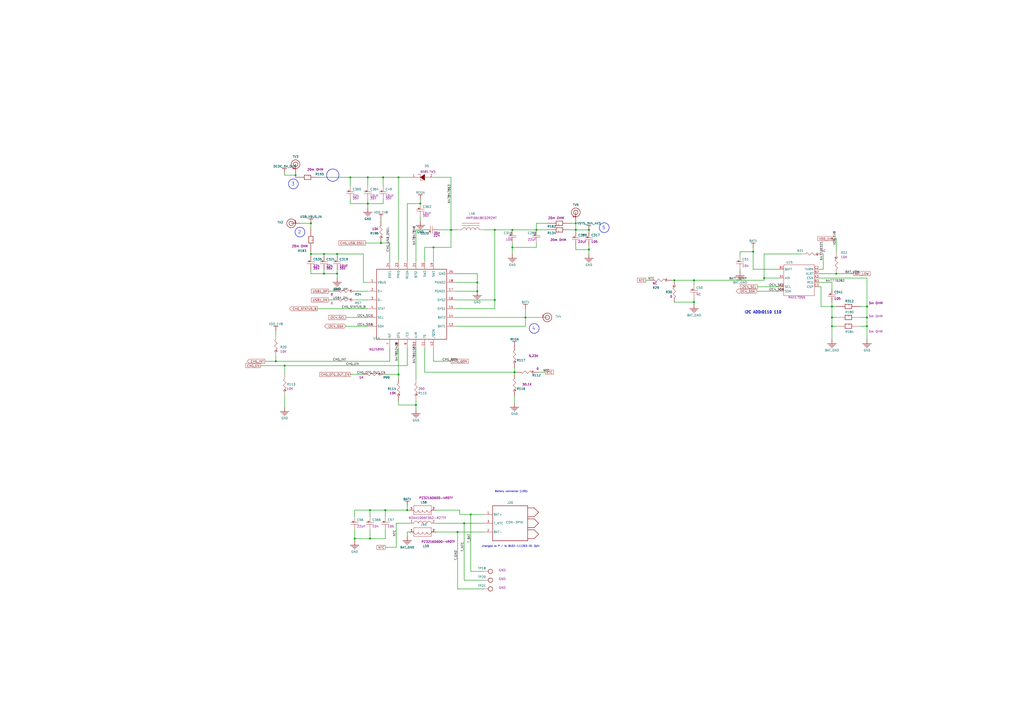
<source format=kicad_sch>
(kicad_sch (version 20250114) (generator "eeschema") (generator_version "9.0")
  (paper "A2")
  (title_block (title "Librem 5 Mainboard") (date "2024-03-21") (rev "v1.0.6.1") (company "Purism SPC") (comment 1 "GNU GPLv3+") (comment 2 "Copyright"))
  (circle (center 170.18 106.68) (radius 2.845) (stroke (width 0.254)))
  (circle (center 193.04 101.6) (radius 3.581) (stroke (width 0.254)))
  (circle (center 309.88 190.5) (radius 2.845) (stroke (width 0.254)))
  (circle (center 173.99 134.62) (radius 2.845) (stroke (width 0.254)))
  (circle (center 350.52 132.08) (radius 2.845) (stroke (width 0.254)))
  (text "5" (at 349.25 133.35 0) (effects (font (size 1.905 1.905)) (justify left bottom)))
  (text "I2C ADD:0110 110" (at 431.8 182.118 0) (effects (font (size 1.524 1.524) (bold yes)) (justify left bottom)))
  (text "2" (at 172.72 135.89 0) (effects (font (size 1.905 1.905)) (justify left bottom)))
  (text "Battery connector (J20):" (at 287.02 285.75 0) (effects (font (size 1.016 1.016)) (justify left bottom)))
  (text "changed to P / N: BA32-111203-01 3pin" (at 279.4 317.5 0) (effects (font (size 1.016 1.016)) (justify left bottom)))
  (text "4" (at 308.61 191.77 0) (effects (font (size 1.905 1.905)) (justify left bottom)))
  (text "3" (at 168.91 107.95 0) (effects (font (size 1.905 1.905)) (justify left bottom)))
  (junction (at 402.59 175.26))
  (junction (at 195.58 147.32))
  (junction (at 231.14 217.17))
  (junction (at 231.14 102.87))
  (junction (at 482.6 189.23))
  (junction (at 334.01 133.35))
  (junction (at 298.45 215.9))
  (junction (at 402.59 162.56))
  (junction (at 261.62 133.35))
  (junction (at 160.02 209.55))
  (junction (at 243.84 118.11))
  (junction (at 276.86 163.83))
  (junction (at 341.63 133.35))
  (junction (at 436.88 146.05))
  (junction (at 223.52 295.91))
  (junction (at 297.18 143.51))
  (junction (at 165.1 212.09))
  (junction (at 220.98 140.97))
  (junction (at 205.74 312.42))
  (junction (at 334.01 129.54))
  (junction (at 214.63 295.91))
  (junction (at 180.34 129.54))
  (junction (at 276.86 168.91))
  (junction (at 287.02 173.99))
  (junction (at 195.58 158.75))
  (junction (at 187.96 158.75))
  (junction (at 482.6 184.15))
  (junction (at 222.25 102.87))
  (junction (at 304.8 184.15))
  (junction (at 443.23 161.29))
  (junction (at 485.14 158.75))
  (junction (at 502.92 189.23))
  (junction (at 311.15 133.35))
  (junction (at 203.2 102.87))
  (junction (at 265.43 308.61))
  (junction (at 251.46 143.51))
  (junction (at 213.36 118.11))
  (junction (at 214.63 312.42))
  (junction (at 213.36 102.87))
  (junction (at 269.24 303.53))
  (junction (at 287.02 133.35))
  (junction (at 187.96 147.32))
  (junction (at 482.6 177.8))
  (junction (at 241.3 234.95))
  (junction (at 171.45 101.6))
  (junction (at 236.22 295.91))
  (junction (at 502.92 177.8))
  (junction (at 341.63 144.78))
  (junction (at 180.34 147.32))
  (junction (at 502.92 184.15))
  (junction (at 297.18 133.35))
  (junction (at 273.05 298.45))
  (junction (at 391.16 162.56))
  (wire (pts (xy 251.46 143.51) (xy 246.38 143.51)) (stroke (width 0.254)))
  (wire (pts (xy 334.01 133.35) (xy 341.63 133.35)) (stroke (width 0.254)))
  (wire (pts (xy 280.67 298.45) (xy 273.05 298.45)) (stroke (width 0.254)))
  (wire (pts (xy 334.01 128.27) (xy 334.01 129.54)) (stroke (width 0.254)))
  (wire (pts (xy 297.18 133.35) (xy 287.02 133.35)) (stroke (width 0.254)))
  (wire (pts (xy 402.59 175.26) (xy 402.59 172.72)) (stroke (width 0.254)))
  (wire (pts (xy 499.11 189.23) (xy 502.92 189.23)) (stroke (width 0.254)))
  (wire (pts (xy 203.2 102.87) (xy 185.42 102.87)) (stroke (width 0.254)))
  (wire (pts (xy 195.58 156.21) (xy 195.58 158.75)) (stroke (width 0.254)))
  (wire (pts (xy 298.45 213.36) (xy 298.45 215.9)) (stroke (width 0.254)))
  (wire (pts (xy 265.43 308.61) (xy 252.73 308.61)) (stroke (width 0.254)))
  (wire (pts (xy 180.34 148.59) (xy 180.34 147.32)) (stroke (width 0.254)))
  (wire (pts (xy 180.34 147.32) (xy 180.34 146.05)) (stroke (width 0.254)))
  (wire (pts (xy 213.36 118.11) (xy 213.36 115.57)) (stroke (width 0.254)))
  (wire (pts (xy 261.62 133.35) (xy 265.43 133.35)) (stroke (width 0.254)))
  (wire (pts (xy 317.5 133.35) (xy 311.15 133.35)) (stroke (width 0.254)))
  (wire (pts (xy 180.34 129.54) (xy 180.34 132.08)) (stroke (width 0.254)))
  (wire (pts (xy 171.45 102.87) (xy 171.45 101.6)) (stroke (width 0.254)))
  (wire (pts (xy 429.26 157.48) (xy 429.26 156.21)) (stroke (width 0.254)))
  (wire (pts (xy 287.02 173.99) (xy 264.16 173.99)) (stroke (width 0.254)))
  (wire (pts (xy 482.6 177.8) (xy 476.25 177.8)) (stroke (width 0.254)))
  (wire (pts (xy 223.52 295.91) (xy 223.52 299.72)) (stroke (width 0.254)))
  (wire (pts (xy 269.24 303.53) (xy 252.73 303.53)) (stroke (width 0.254)))
  (wire (pts (xy 214.63 299.72) (xy 214.63 295.91)) (stroke (width 0.254)))
  (wire (pts (xy 160.02 209.55) (xy 160.02 207.01)) (stroke (width 0.254)))
  (wire (pts (xy 243.84 118.11) (xy 236.22 118.11)) (stroke (width 0.254)))
  (wire (pts (xy 452.12 161.29) (xy 443.23 161.29)) (stroke (width 0.254)))
  (wire (pts (xy 165.1 217.17) (xy 165.1 212.09)) (stroke (width 0.254)))
  (wire (pts (xy 276.86 168.91) (xy 264.16 168.91)) (stroke (width 0.254)))
  (wire (pts (xy 195.58 147.32) (xy 195.58 148.59)) (stroke (width 0.254)))
  (wire (pts (xy 485.14 184.15) (xy 482.6 184.15)) (stroke (width 0.254)))
  (wire (pts (xy 298.45 217.17) (xy 298.45 215.9)) (stroke (width 0.254)))
  (wire (pts (xy 231.14 234.95) (xy 231.14 232.41)) (stroke (width 0.254)))
  (wire (pts (xy 222.25 118.11) (xy 213.36 118.11)) (stroke (width 0.254)))
  (wire (pts (xy 151.13 212.09) (xy 165.1 212.09)) (stroke (width 0.254)))
  (wire (pts (xy 214.63 295.91) (xy 205.74 295.91)) (stroke (width 0.254)))
  (wire (pts (xy 203.2 107.95) (xy 203.2 102.87)) (stroke (width 0.254)))
  (wire (pts (xy 237.49 303.53) (xy 229.87 303.53)) (stroke (width 0.254)))
  (wire (pts (xy 200.66 189.23) (xy 213.36 189.23)) (stroke (width 0.254)))
  (wire (pts (xy 207.01 168.91) (xy 213.36 168.91)) (stroke (width 0.254)))
  (wire (pts (xy 237.49 308.61) (xy 236.22 308.61)) (stroke (width 0.254)))
  (wire (pts (xy 214.63 312.42) (xy 223.52 312.42)) (stroke (width 0.254)))
  (wire (pts (xy 160.02 209.55) (xy 153.67 209.55)) (stroke (width 0.254)))
  (wire (pts (xy 287.02 179.07) (xy 264.16 179.07)) (stroke (width 0.254)))
  (wire (pts (xy 452.12 168.91) (xy 439.42 168.91)) (stroke (width 0.254)))
  (wire (pts (xy 213.36 179.07) (xy 184.15 179.07)) (stroke (width 0.254)))
  (wire (pts (xy 298.45 215.9) (xy 246.38 215.9)) (stroke (width 0.254)))
  (wire (pts (xy 220.98 128.27) (xy 220.98 127)) (stroke (width 0.254)))
  (wire (pts (xy 205.74 312.42) (xy 205.74 313.69)) (stroke (width 0.254)))
  (wire (pts (xy 377.19 162.56) (xy 374.65 162.56)) (stroke (width 0.254)))
  (wire (pts (xy 171.45 100.33) (xy 171.45 101.6)) (stroke (width 0.254)))
  (wire (pts (xy 280.67 308.61) (xy 265.43 308.61)) (stroke (width 0.254)))
  (wire (pts (xy 229.87 317.5) (xy 223.52 317.5)) (stroke (width 0.254)))
  (wire (pts (xy 436.88 156.21) (xy 436.88 146.05)) (stroke (width 0.254)))
  (wire (pts (xy 223.52 295.91) (xy 214.63 295.91)) (stroke (width 0.254)))
  (wire (pts (xy 241.3 219.71) (xy 241.3 201.93)) (stroke (width 0.254)))
  (wire (pts (xy 241.3 234.95) (xy 241.3 232.41)) (stroke (width 0.254)))
  (wire (pts (xy 485.14 146.05) (xy 485.14 138.43)) (stroke (width 0.254)))
  (wire (pts (xy 311.15 129.54) (xy 317.5 129.54)) (stroke (width 0.254)))
  (wire (pts (xy 476.25 177.8) (xy 476.25 166.37)) (stroke (width 0.254)))
  (wire (pts (xy 482.6 177.8) (xy 485.14 177.8)) (stroke (width 0.254)))
  (wire (pts (xy 402.59 176.53) (xy 402.59 175.26)) (stroke (width 0.254)))
  (wire (pts (xy 402.59 162.56) (xy 391.16 162.56)) (stroke (width 0.254)))
  (wire (pts (xy 226.06 140.97) (xy 226.06 151.13)) (stroke (width 0.254)))
  (wire (pts (xy 222.25 102.87) (xy 213.36 102.87)) (stroke (width 0.254)))
  (wire (pts (xy 195.58 147.32) (xy 187.96 147.32)) (stroke (width 0.254)))
  (wire (pts (xy 334.01 134.62) (xy 334.01 133.35)) (stroke (width 0.254)))
  (wire (pts (xy 280.67 341.63) (xy 265.43 341.63)) (stroke (width 0.254)))
  (wire (pts (xy 482.6 189.23) (xy 482.6 184.15)) (stroke (width 0.254)))
  (wire (pts (xy 205.74 312.42) (xy 205.74 307.34)) (stroke (width 0.254)))
  (wire (pts (xy 495.3 158.75) (xy 485.14 158.75)) (stroke (width 0.254)))
  (wire (pts (xy 276.86 163.83) (xy 264.16 163.83)) (stroke (width 0.254)))
  (wire (pts (xy 485.14 138.43) (xy 483.87 138.43)) (stroke (width 0.254)))
  (wire (pts (xy 502.92 196.85) (xy 502.92 189.23)) (stroke (width 0.254)))
  (wire (pts (xy 334.01 129.54) (xy 334.01 133.35)) (stroke (width 0.254)))
  (wire (pts (xy 203.2 118.11) (xy 203.2 115.57)) (stroke (width 0.254)))
  (wire (pts (xy 482.6 184.15) (xy 482.6 177.8)) (stroke (width 0.254)))
  (wire (pts (xy 304.8 184.15) (xy 304.8 189.23)) (stroke (width 0.254)))
  (wire (pts (xy 477.52 156.21) (xy 477.52 147.32)) (stroke (width 0.254)))
  (wire (pts (xy 311.15 133.35) (xy 311.15 129.54)) (stroke (width 0.254)))
  (wire (pts (xy 200.66 184.15) (xy 213.36 184.15)) (stroke (width 0.254)))
  (wire (pts (xy 213.36 107.95) (xy 213.36 102.87)) (stroke (width 0.254)))
  (wire (pts (xy 220.98 140.97) (xy 212.09 140.97)) (stroke (width 0.254)))
  (wire (pts (xy 223.52 312.42) (xy 223.52 307.34)) (stroke (width 0.254)))
  (wire (pts (xy 276.86 163.83) (xy 276.86 158.75)) (stroke (width 0.254)))
  (wire (pts (xy 210.82 217.17) (xy 203.2 217.17)) (stroke (width 0.254)))
  (wire (pts (xy 261.62 209.55) (xy 251.46 209.55)) (stroke (width 0.254)))
  (wire (pts (xy 273.05 331.47) (xy 273.05 298.45)) (stroke (width 0.254)))
  (wire (pts (xy 223.52 295.91) (xy 236.22 295.91)) (stroke (width 0.254)))
  (wire (pts (xy 331.47 133.35) (xy 334.01 133.35)) (stroke (width 0.254)))
  (wire (pts (xy 312.42 184.15) (xy 304.8 184.15)) (stroke (width 0.254)))
  (wire (pts (xy 246.38 215.9) (xy 246.38 201.93)) (stroke (width 0.254)))
  (wire (pts (xy 194.31 168.91) (xy 190.5 168.91)) (stroke (width 0.254)))
  (wire (pts (xy 246.38 143.51) (xy 246.38 151.13)) (stroke (width 0.254)))
  (wire (pts (xy 304.8 189.23) (xy 264.16 189.23)) (stroke (width 0.254)))
  (wire (pts (xy 187.96 156.21) (xy 187.96 158.75)) (stroke (width 0.254)))
  (wire (pts (xy 265.43 341.63) (xy 265.43 308.61)) (stroke (width 0.254)))
  (wire (pts (xy 231.14 217.17) (xy 231.14 201.93)) (stroke (width 0.254)))
  (wire (pts (xy 231.14 217.17) (xy 231.14 219.71)) (stroke (width 0.254)))
  (wire (pts (xy 429.26 146.05) (xy 429.26 148.59)) (stroke (width 0.254)))
  (wire (pts (xy 341.63 144.78) (xy 341.63 147.32)) (stroke (width 0.254)))
  (wire (pts (xy 443.23 161.29) (xy 443.23 147.32)) (stroke (width 0.254)))
  (wire (pts (xy 210.82 163.83) (xy 213.36 163.83)) (stroke (width 0.254)))
  (wire (pts (xy 236.22 212.09) (xy 236.22 201.93)) (stroke (width 0.254)))
  (wire (pts (xy 452.12 166.37) (xy 439.42 166.37)) (stroke (width 0.254)))
  (wire (pts (xy 287.02 173.99) (xy 287.02 179.07)) (stroke (width 0.254)))
  (wire (pts (xy 220.98 140.97) (xy 226.06 140.97)) (stroke (width 0.254)))
  (wire (pts (xy 452.12 156.21) (xy 436.88 156.21)) (stroke (width 0.254)))
  (wire (pts (xy 165.1 229.87) (xy 165.1 236.22)) (stroke (width 0.254)))
  (wire (pts (xy 246.38 133.35) (xy 241.3 133.35)) (stroke (width 0.254)))
  (wire (pts (xy 482.6 177.8) (xy 482.6 175.26)) (stroke (width 0.254)))
  (wire (pts (xy 195.58 147.32) (xy 210.82 147.32)) (stroke (width 0.254)))
  (wire (pts (xy 266.7 295.91) (xy 252.73 295.91)) (stroke (width 0.254)))
  (wire (pts (xy 266.7 298.45) (xy 266.7 295.91)) (stroke (width 0.254)))
  (wire (pts (xy 254 133.35) (xy 261.62 133.35)) (stroke (width 0.254)))
  (wire (pts (xy 165.1 212.09) (xy 236.22 212.09)) (stroke (width 0.254)))
  (wire (pts (xy 187.96 158.75) (xy 195.58 158.75)) (stroke (width 0.254)))
  (wire (pts (xy 304.8 184.15) (xy 304.8 179.07)) (stroke (width 0.254)))
  (wire (pts (xy 443.23 147.32) (xy 464.82 147.32)) (stroke (width 0.254)))
  (wire (pts (xy 485.14 158.75) (xy 474.98 158.75)) (stroke (width 0.254)))
  (wire (pts (xy 194.31 173.99) (xy 190.5 173.99)) (stroke (width 0.254)))
  (wire (pts (xy 236.22 295.91) (xy 236.22 293.37)) (stroke (width 0.254)))
  (wire (pts (xy 280.67 331.47) (xy 273.05 331.47)) (stroke (width 0.254)))
  (wire (pts (xy 298.45 215.9) (xy 299.72 215.9)) (stroke (width 0.254)))
  (wire (pts (xy 261.62 133.35) (xy 261.62 143.51)) (stroke (width 0.254)))
  (wire (pts (xy 402.59 162.56) (xy 402.59 165.1)) (stroke (width 0.254)))
  (wire (pts (xy 482.6 196.85) (xy 482.6 189.23)) (stroke (width 0.254)))
  (wire (pts (xy 180.34 158.75) (xy 187.96 158.75)) (stroke (width 0.254)))
  (wire (pts (xy 229.87 303.53) (xy 229.87 317.5)) (stroke (width 0.254)))
  (wire (pts (xy 474.98 156.21) (xy 477.52 156.21)) (stroke (width 0.254)))
  (wire (pts (xy 280.67 303.53) (xy 269.24 303.53)) (stroke (width 0.254)))
  (wire (pts (xy 214.63 307.34) (xy 214.63 312.42)) (stroke (width 0.254)))
  (wire (pts (xy 243.84 115.57) (xy 243.84 118.11)) (stroke (width 0.254)))
  (wire (pts (xy 474.98 163.83) (xy 482.6 163.83)) (stroke (width 0.254)))
  (wire (pts (xy 251.46 143.51) (xy 251.46 151.13)) (stroke (width 0.254)))
  (wire (pts (xy 391.16 175.26) (xy 402.59 175.26)) (stroke (width 0.254)))
  (wire (pts (xy 195.58 158.75) (xy 195.58 161.29)) (stroke (width 0.254)))
  (wire (pts (xy 173.99 129.54) (xy 180.34 129.54)) (stroke (width 0.254)))
  (wire (pts (xy 287.02 173.99) (xy 287.02 133.35)) (stroke (width 0.254)))
  (wire (pts (xy 205.74 295.91) (xy 205.74 299.72)) (stroke (width 0.254)))
  (wire (pts (xy 226.06 209.55) (xy 226.06 201.93)) (stroke (width 0.254)))
  (wire (pts (xy 436.88 146.05) (xy 429.26 146.05)) (stroke (width 0.254)))
  (wire (pts (xy 297.18 143.51) (xy 297.18 140.97)) (stroke (width 0.254)))
  (wire (pts (xy 304.8 184.15) (xy 264.16 184.15)) (stroke (width 0.254)))
  (wire (pts (xy 213.36 118.11) (xy 203.2 118.11)) (stroke (width 0.254)))
  (wire (pts (xy 502.92 161.29) (xy 474.98 161.29)) (stroke (width 0.254)))
  (wire (pts (xy 243.84 128.27) (xy 243.84 125.73)) (stroke (width 0.254)))
  (wire (pts (xy 187.96 148.59) (xy 187.96 147.32)) (stroke (width 0.254)))
  (wire (pts (xy 237.49 295.91) (xy 236.22 295.91)) (stroke (width 0.254)))
  (wire (pts (xy 210.82 147.32) (xy 210.82 163.83)) (stroke (width 0.254)))
  (wire (pts (xy 311.15 133.35) (xy 297.18 133.35)) (stroke (width 0.254)))
  (wire (pts (xy 331.47 129.54) (xy 334.01 129.54)) (stroke (width 0.254)))
  (wire (pts (xy 482.6 163.83) (xy 482.6 167.64)) (stroke (width 0.254)))
  (wire (pts (xy 311.15 143.51) (xy 297.18 143.51)) (stroke (width 0.254)))
  (wire (pts (xy 311.15 140.97) (xy 311.15 143.51)) (stroke (width 0.254)))
  (wire (pts (xy 261.62 102.87) (xy 251.46 102.87)) (stroke (width 0.254)))
  (wire (pts (xy 236.22 308.61) (xy 236.22 311.15)) (stroke (width 0.254)))
  (wire (pts (xy 241.3 234.95) (xy 231.14 234.95)) (stroke (width 0.254)))
  (wire (pts (xy 236.22 118.11) (xy 236.22 151.13)) (stroke (width 0.254)))
  (wire (pts (xy 238.76 102.87) (xy 231.14 102.87)) (stroke (width 0.254)))
  (wire (pts (xy 261.62 133.35) (xy 261.62 102.87)) (stroke (width 0.254)))
  (wire (pts (xy 273.05 298.45) (xy 266.7 298.45)) (stroke (width 0.254)))
  (wire (pts (xy 297.18 147.32) (xy 297.18 143.51)) (stroke (width 0.254)))
  (wire (pts (xy 180.34 156.21) (xy 180.34 158.75)) (stroke (width 0.254)))
  (wire (pts (xy 222.25 115.57) (xy 222.25 118.11)) (stroke (width 0.254)))
  (wire (pts (xy 276.86 158.75) (xy 264.16 158.75)) (stroke (width 0.254)))
  (wire (pts (xy 231.14 102.87) (xy 231.14 151.13)) (stroke (width 0.254)))
  (wire (pts (xy 160.02 191.77) (xy 160.02 194.31)) (stroke (width 0.254)))
  (wire (pts (xy 269.24 336.55) (xy 269.24 303.53)) (stroke (width 0.254)))
  (wire (pts (xy 241.3 237.49) (xy 241.3 234.95)) (stroke (width 0.254)))
  (wire (pts (xy 298.45 229.87) (xy 298.45 233.68)) (stroke (width 0.254)))
  (wire (pts (xy 171.45 101.6) (xy 165.1 101.6)) (stroke (width 0.254)))
  (wire (pts (xy 231.14 217.17) (xy 223.52 217.17)) (stroke (width 0.254)))
  (wire (pts (xy 341.63 142.24) (xy 341.63 144.78)) (stroke (width 0.254)))
  (wire (pts (xy 187.96 147.32) (xy 180.34 147.32)) (stroke (width 0.254)))
  (wire (pts (xy 213.36 102.87) (xy 203.2 102.87)) (stroke (width 0.254)))
  (wire (pts (xy 502.92 177.8) (xy 502.92 161.29)) (stroke (width 0.254)))
  (wire (pts (xy 160.02 209.55) (xy 226.06 209.55)) (stroke (width 0.254)))
  (wire (pts (xy 213.36 120.65) (xy 213.36 118.11)) (stroke (width 0.254)))
  (wire (pts (xy 222.25 107.95) (xy 222.25 102.87)) (stroke (width 0.254)))
  (wire (pts (xy 231.14 102.87) (xy 222.25 102.87)) (stroke (width 0.254)))
  (wire (pts (xy 485.14 189.23) (xy 482.6 189.23)) (stroke (width 0.254)))
  (wire (pts (xy 334.01 142.24) (xy 334.01 144.78)) (stroke (width 0.254)))
  (wire (pts (xy 251.46 209.55) (xy 251.46 201.93)) (stroke (width 0.254)))
  (wire (pts (xy 312.42 215.9) (xy 316.23 215.9)) (stroke (width 0.254)))
  (wire (pts (xy 443.23 162.56) (xy 402.59 162.56)) (stroke (width 0.254)))
  (wire (pts (xy 499.11 184.15) (xy 502.92 184.15)) (stroke (width 0.254)))
  (wire (pts (xy 502.92 189.23) (xy 502.92 184.15)) (stroke (width 0.254)))
  (wire (pts (xy 389.89 162.56) (xy 391.16 162.56)) (stroke (width 0.254)))
  (wire (pts (xy 341.63 134.62) (xy 341.63 133.35)) (stroke (width 0.254)))
  (wire (pts (xy 287.02 133.35) (xy 280.67 133.35)) (stroke (width 0.254)))
  (wire (pts (xy 502.92 184.15) (xy 502.92 177.8)) (stroke (width 0.254)))
  (wire (pts (xy 502.92 177.8) (xy 499.11 177.8)) (stroke (width 0.254)))
  (wire (pts (xy 280.67 336.55) (xy 269.24 336.55)) (stroke (width 0.254)))
  (wire (pts (xy 476.25 166.37) (xy 474.98 166.37)) (stroke (width 0.254)))
  (wire (pts (xy 241.3 133.35) (xy 241.3 151.13)) (stroke (width 0.254)))
  (wire (pts (xy 261.62 143.51) (xy 251.46 143.51)) (stroke (width 0.254)))
  (wire (pts (xy 334.01 144.78) (xy 341.63 144.78)) (stroke (width 0.254)))
  (wire (pts (xy 443.23 161.29) (xy 443.23 162.56)) (stroke (width 0.254)))
  (wire (pts (xy 436.88 146.05) (xy 436.88 143.51)) (stroke (width 0.254)))
  (wire (pts (xy 205.74 312.42) (xy 214.63 312.42)) (stroke (width 0.254)))
  (wire (pts (xy 276.86 168.91) (xy 276.86 163.83)) (stroke (width 0.254)))
  (wire (pts (xy 165.1 101.6) (xy 165.1 100.33)) (stroke (width 0.254)))
  (wire (pts (xy 207.01 173.99) (xy 213.36 173.99)) (stroke (width 0.254)))
  (label "NTC" (at 375.92 162.56 0))
  (label "CHG_STATUS_B" (at 198.12 179.07 0))
  (label "I2C4_SDA" (at 207.01 189.23 0))
  (label "T_GND" (at 265.43 325.12 90))
  (label "CHG_USB_DSEL" (at 226.06 146.05 90))
  (label "CHG_EN" (at 200.66 212.09 0))
  (label "N47847848" (at 241.3 142.24 90))
  (label "T_BAT" (at 273.05 314.96 90))
  (label "CHG_QON" (at 256.54 209.55 0))
  (label "N47847863" (at 261.62 118.11 90))
  (label "N47770321" (at 477.52 151.13 90))
  (label "NTC" (at 314.96 215.9 0))
  (label "VDD_1V8" (at 485.14 142.24 90))
  (label "I2C4_SDA" (at 445.77 168.91 0))
  (label "BATT_TEMP" (at 422.91 162.56 0))
  (label "CHG_OTG_OUT_EN" (at 207.01 217.17 0))
  (label "CHG_INT" (at 193.04 209.55 0))
  (label "NTC" (at 229.87 311.15 90))
  (label "N47770282" (at 478.79 163.83 0))
  (label "N47852429" (at 231.14 209.55 90))
  (label "I2C4_SCL" (at 207.01 184.15 0))
  (label "USB1_DP" (at 193.04 168.91 0))
  (label "USB1_DN" (at 193.04 173.99 0))
  (label "N47851587" (at 241.3 210.82 90))
  (label "BAT_LOW" (at 490.22 158.75 0))
  (label "T_NTC" (at 269.24 320.04 90))
  (label "I2C4_SCL" (at 445.77 166.37 0))
  (global_label "CHG_EN" (shape passive) (at 151.13 212.09 180) (property "Intersheetrefs" "${INTERSHEET_REFS}" (effects (hide yes))))
  (global_label "USB1_DN" (shape passive) (at 190.5 173.99 180) (property "Intersheetrefs" "${INTERSHEET_REFS}" (effects (hide yes))))
  (global_label "CHG_INT" (shape output) (at 153.67 209.55 180) (property "Intersheetrefs" "${INTERSHEET_REFS}" (effects (hide yes))))
  (global_label "NTC" (shape passive) (at 223.52 317.5 180) (property "Intersheetrefs" "${INTERSHEET_REFS}" (effects (hide yes))))
  (global_label "I2C4_SCL" (shape passive) (at 200.66 184.15 180) (property "Intersheetrefs" "${INTERSHEET_REFS}" (effects (hide yes))))
  (global_label "NTC" (shape passive) (at 374.65 162.56 180) (property "Intersheetrefs" "${INTERSHEET_REFS}" (effects (hide yes))))
  (global_label "BAT_LOW" (shape passive) (at 495.3 158.75 0) (property "Intersheetrefs" "${INTERSHEET_REFS}" (effects (hide yes))))
  (global_label "CHG_QON" (shape passive) (at 261.62 209.55 0) (property "Intersheetrefs" "${INTERSHEET_REFS}" (effects (hide yes))))
  (global_label "I2C4_SDA" (shape bidirectional) (at 439.42 168.91 180) (property "Intersheetrefs" "${INTERSHEET_REFS}" (effects (hide yes))))
  (global_label "VDD_1V8" (shape passive) (at 483.87 138.43 180) (property "Intersheetrefs" "${INTERSHEET_REFS}" (effects (hide yes))))
  (global_label "CHG_OTG_OUT_EN" (shape passive) (at 203.2 217.17 180) (property "Intersheetrefs" "${INTERSHEET_REFS}" (effects (hide yes))))
  (global_label "I2C4_SCL" (shape passive) (at 439.42 166.37 180) (property "Intersheetrefs" "${INTERSHEET_REFS}" (effects (hide yes))))
  (global_label "I2C4_SDA" (shape bidirectional) (at 200.66 189.23 180) (property "Intersheetrefs" "${INTERSHEET_REFS}" (effects (hide yes))))
  (global_label "CHG_STATUS_B" (shape output) (at 184.15 179.07 180) (property "Intersheetrefs" "${INTERSHEET_REFS}" (effects (hide yes))))
  (global_label "NTC" (shape passive) (at 316.23 215.9 0) (property "Intersheetrefs" "${INTERSHEET_REFS}" (effects (hide yes))))
  (global_label "USB1_DP" (shape passive) (at 190.5 168.91 180) (property "Intersheetrefs" "${INTERSHEET_REFS}" (effects (hide yes))))
  (global_label "CHG_USB_DSEL" (shape passive) (at 212.09 140.97 180) (property "Intersheetrefs" "${INTERSHEET_REFS}" (effects (hide yes))))
  (symbol (lib_id "C-13_CHARGE_BAT_LED:root_0_CON-3PIN") (at 285.75 313.69 0) (unit 1)
    (property "Reference" "J20" (at 295.91 292.354 0) (effects (justify bottom)))
    (property "Value" "CON-3PIN" (at 298.45 302.26 0) (effects (justify top)))
  )
  (symbol (lib_id "C-13_CHARGE_BAT_LED:root_0_BQ25895-25") (at 218.44 196.85 0) (unit 1)
    (property "Reference" "U14" (at 218.44 196.85 0) (effects (justify bottom)))
    (property "Value" "BQ25895-25" (effects (hide yes)))
    (property "Footprint" "BQ25895" (effects (hide yes)))
    (property "PCB DECAL" "BQ25895" (effects (hide yes)))
    (property "GEOMETRY.HEIGHT" "0.8MM" (effects (hide yes)))
    (property "PCB FOOTPRINT" "WQFN20  4x4mm" (effects (hide yes)))
    (property "DESCRIPTION" "IC i2c Controlled Single Cell 5A Fast Charger for High Input Voltge" (effects (hide yes)))
    (property "MFG_NAME" "TI" (effects (hide yes)))
    (property "VALUE" "BQ25895" (at 218.44 201.93 0) (effects (justify top)))
  )
  (symbol (lib_id "C-13_CHARGE_BAT_LED:root_0_C0603") (at 241.3 123.19 0) (unit 1)
    (property "Reference" "C363" (at 245.11 120.65 0) (effects (justify left bottom)))
    (property "Value" "C0603" (effects (hide yes)))
    (property "Footprint" "CAP-0603" (effects (hide yes)))
    (property "PCB DECAL" "CAP-0603" (effects (hide yes)))
    (property "DESCRIPTION" "CAP CER 10uF 35V 20% X5R 0603" (effects (hide yes)))
    (property "VOLTAGE" "35V" (at 245.11 124.46 0) (effects (justify left top)))
    (property "VALUE" "10UF" (at 245.11 124.46 0) (effects (justify left bottom)))
    (property "GEOMETRY.HEIGHT" "0.8MM" (effects (hide yes)))
    (property "PCB FOOTPRINT" "603" (effects (hide yes)))
  )
  (symbol (lib_id "C-13_CHARGE_BAT_LED:GND") (at 241.3 237.49 0) (unit 1)
    (property "Reference" "#PWR?" (effects (hide yes)))
    (property "Value" "GND" (at 241.3 243.84 0))
  )
  (symbol (lib_id "C-13_CHARGE_BAT_LED:BAT_GND") (at 429.26 157.48 0) (unit 1)
    (property "Reference" "#PWR?" (effects (hide yes)))
    (property "Value" "BAT_GND" (at 429.26 163.83 0))
  )
  (symbol (lib_id "C-13_CHARGE_BAT_LED:GND") (at 165.1 236.22 0) (unit 1)
    (property "Reference" "#PWR?" (effects (hide yes)))
    (property "Value" "GND" (at 165.1 242.57 0))
  )
  (symbol (lib_id "C-13_CHARGE_BAT_LED:root_0_C0603") (at 308.61 138.43 0) (unit 1)
    (property "Reference" "C288" (at 306.07 135.89 0) (effects (justify left bottom)))
    (property "Value" "C0603" (effects (hide yes)))
    (property "Footprint" "CAP-0603" (effects (hide yes)))
    (property "PCB DECAL" "CAP-0603" (effects (hide yes)))
    (property "DESCRIPTION" "CAP CER 22uF 6V3 20% X5R 0603" (effects (hide yes)))
    (property "VOLTAGE" "6.3V" (effects (hide yes)))
    (property "VALUE" "22UF" (at 306.07 139.7 0) (effects (justify left bottom)))
    (property "GEOMETRY.HEIGHT" "0.8MM" (effects (hide yes)))
    (property "PCB FOOTPRINT" "603" (effects (hide yes)))
  )
  (symbol (lib_id "C-13_CHARGE_BAT_LED:BATV") (at 436.88 143.51 180) (unit 1)
    (property "Reference" "#PWR?" (effects (hide yes)))
    (property "Value" "BATV" (at 436.88 139.7 0))
  )
  (symbol (lib_id "C-13_CHARGE_BAT_LED:USB_VBUS_IN") (at 180.34 129.54 180) (unit 1)
    (property "Reference" "#PWR?" (effects (hide yes)))
    (property "Value" "USB_VBUS_IN" (at 180.34 125.73 0))
  )
  (symbol (lib_id "C-13_CHARGE_BAT_LED:BAT_GND") (at 402.59 176.53 0) (unit 1)
    (property "Reference" "#PWR?" (effects (hide yes)))
    (property "Value" "BAT_GND" (at 402.59 182.88 0))
  )
  (symbol (lib_id "C-13_CHARGE_BAT_LED:root_0_CURRENT_R") (at 322.58 130.81 0) (unit 1)
    (property "Reference" "R182" (at 320.04 132.08 0) (effects (justify bottom)))
    (property "Value" "CURRENT_R" (effects (hide yes)))
    (property "Footprint" "3D-R0603" (effects (hide yes)))
    (property "PCB DECAL" "3D-R0603" (effects (hide yes)))
    (property "GEOMETRY.HEIGHT" "0.5MM" (effects (hide yes)))
    (property "VALUE" "20m OHM" (at 322.58 125.73 0) (effects (justify top)))
    (property "DESCRIPTION" "Resistor Chip 0603 20m Ohm 1/10W 1% RALEC" (effects (hide yes)))
    (property "PCB FOOTPRINT" "603" (effects (hide yes)))
  )
  (symbol (lib_id "C-13_CHARGE_BAT_LED:root_1_CURRENT_R") (at 181.61 140.97 0) (unit 1)
    (property "Reference" "R183" (at 175.26 144.78 0) (effects (justify top)))
    (property "Value" "CURRENT_R" (effects (hide yes)))
    (property "Footprint" "3D-R0603" (effects (hide yes)))
    (property "PCB DECAL" "3D-R0603" (effects (hide yes)))
    (property "GEOMETRY.HEIGHT" "0.5MM" (effects (hide yes)))
    (property "VALUE" "20m OHM" (at 173.99 143.51 0) (effects (justify bottom)))
    (property "DESCRIPTION" "Resistor Chip 0603 20m Ohm 1/10W 1% RALEC" (effects (hide yes)))
    (property "PCB FOOTPRINT" "603" (effects (hide yes)))
  )
  (symbol (lib_id "C-13_CHARGE_BAT_LED:root_2_T_POINT_R") (at 285.75 334.01 0) (unit 1)
    (property "Reference" "TP20" (at 281.94 334.01 0) (effects (justify right top)))
    (property "Value" "T_POINT_R" (effects (hide yes)))
    (property "Footprint" "SIP-1PF" (effects (hide yes)))
    (property "DESCRIPTION" "Z" (effects (hide yes)))
    (property "PCB DECAL" "SIP-1PF" (effects (hide yes)))
    (property "VALUE" "GND" (at 293.37 336.55 0) (effects (justify right bottom)))
  )
  (symbol (lib_id "C-13_CHARGE_BAT_LED:root_0_C0201") (at 400.05 170.18 0) (unit 1)
    (property "Reference" "C50" (at 403.86 167.64 0) (effects (justify left bottom)))
    (property "Value" "C0201" (effects (hide yes)))
    (property "Footprint" "CAP-0201" (effects (hide yes)))
    (property "DESCRIPTION" "Z CAP CER 1uF 6V3 20% X5R 0201" (effects (hide yes)))
    (property "PCB DECAL" "CAP-0201" (effects (hide yes)))
    (property "VALUE" "NC" (at 403.86 171.45 0) (effects (justify left bottom)))
    (property "GEOMETRY.HEIGHT" "0.3MM" (effects (hide yes)))
    (property "PCB FOOTPRINT" "201" (effects (hide yes)))
  )
  (symbol (lib_id "C-13_CHARGE_BAT_LED:root_2_mirrored_TEST-POINT") (at 317.5 184.15 0) (unit 1)
    (property "Reference" "TV4" (at 323.85 182.88 0) (effects (justify top)))
    (property "Value" "TEST-POINT" (effects (hide yes)))
    (property "Footprint" "SIP-1PE" (effects (hide yes)))
    (property "PCB DECAL" "SIP-1PE" (effects (hide yes)))
    (property "VALUE" "M3" (effects (hide yes)))
    (property "GEOMETRY.HEIGHT" "0.1MM" (effects (hide yes)))
    (property "DESCRIPTION" "Z" (effects (hide yes)))
  )
  (symbol (lib_id "C-13_CHARGE_BAT_LED:root_0_RES_2") (at 482.6 156.21 0) (unit 1)
    (property "Reference" "R22" (at 487.68 147.32 0) (effects (justify left bottom)))
    (property "Value" "RES_2" (effects (hide yes)))
    (property "Footprint" "RES-0201" (effects (hide yes)))
    (property "PCB DECAL" "RES-0201" (effects (hide yes)))
    (property "DESCRIPTION" "Resistor Chip 0201 10K Ohm 1/16W 1% RALEC" (effects (hide yes)))
    (property "VALUE" "10K" (at 487.68 149.86 0) (effects (justify left bottom)))
    (property "GEOMETRY.HEIGHT" "0.3MM" (effects (hide yes)))
    (property "PCB FOOTPRINT" "201" (effects (hide yes)))
  )
  (symbol (lib_id "C-13_CHARGE_BAT_LED:root_0_C0402") (at 200.66 113.03 0) (unit 1)
    (property "Reference" "C365" (at 204.47 110.49 0) (effects (justify left bottom)))
    (property "Value" "C0402" (effects (hide yes)))
    (property "Footprint" "CAP-0402" (effects (hide yes)))
    (property "PCB DECAL" "CAP-0402" (effects (hide yes)))
    (property "DESCRIPTION" "CAP CER 0.22uF 35V 20% X5R 0402" (effects (hide yes)))
    (property "VOLTAGE" "35V" (at 204.47 114.3 0) (effects (justify left top)))
    (property "VALUE" "224" (at 204.47 114.3 0) (effects (justify left bottom)))
    (property "GEOMETRY.HEIGHT" "0.5MM" (effects (hide yes)))
    (property "PCB FOOTPRINT" "402" (effects (hide yes)))
  )
  (symbol (lib_id "C-13_CHARGE_BAT_LED:BATV") (at 304.8 179.07 180) (unit 1)
    (property "Reference" "#PWR?" (effects (hide yes)))
    (property "Value" "BATV" (at 304.8 175.26 0))
  )
  (symbol (lib_id "C-13_CHARGE_BAT_LED:GND") (at 297.18 147.32 0) (unit 1)
    (property "Reference" "#PWR?" (effects (hide yes)))
    (property "Value" "GND" (at 297.18 153.67 0))
  )
  (symbol (lib_id "C-13_CHARGE_BAT_LED:root_0_C0201") (at 294.64 138.43 0) (unit 1)
    (property "Reference" "C318" (at 292.1 135.89 0) (effects (justify left bottom)))
    (property "Value" "C0201" (effects (hide yes)))
    (property "Footprint" "CAP-0201" (effects (hide yes)))
    (property "VOLTAGE" "6.3V" (effects (hide yes)))
    (property "DESCRIPTION" "CAP CER 1uF 6V3 20% X5R 0201" (effects (hide yes)))
    (property "PCB DECAL" "CAP-0201" (effects (hide yes)))
    (property "VALUE" "105" (at 293.37 139.7 0) (effects (justify left bottom)))
    (property "GEOMETRY.HEIGHT" "0.3MM" (effects (hide yes)))
    (property "PCB FOOTPRINT" "201" (effects (hide yes)))
  )
  (symbol (lib_id "C-13_CHARGE_BAT_LED:root_0_C0603") (at 210.82 113.03 0) (unit 1)
    (property "Reference" "C364" (at 214.63 110.49 0) (effects (justify left bottom)))
    (property "Value" "C0603" (effects (hide yes)))
    (property "Footprint" "CAP-0603" (effects (hide yes)))
    (property "PCB DECAL" "CAP-0603" (effects (hide yes)))
    (property "DESCRIPTION" "CAP CER 10uF 35V 20% X5R 0603" (effects (hide yes)))
    (property "VOLTAGE" "35V" (at 214.63 114.3 0) (effects (justify left top)))
    (property "VALUE" "10UF" (at 214.63 114.3 0) (effects (justify left bottom)))
    (property "GEOMETRY.HEIGHT" "0.8MM" (effects (hide yes)))
    (property "PCB FOOTPRINT" "603" (effects (hide yes)))
  )
  (symbol (lib_id "C-13_CHARGE_BAT_LED:GND") (at 213.36 120.65 0) (unit 1)
    (property "Reference" "#PWR?" (effects (hide yes)))
    (property "Value" "GND" (at 213.36 127 0))
  )
  (symbol (lib_id "C-13_CHARGE_BAT_LED:root_0_mirrored_ZLLS400") (at 248.92 105.41 0) (unit 1)
    (property "Reference" "D5" (at 248.92 97.028 0) (effects (justify right bottom)))
    (property "Value" "ZLLS400" (effects (hide yes)))
    (property "Footprint" "3D-SOD-323" (effects (hide yes)))
    (property "PCB DECAL" "3D-SOD-323" (effects (hide yes)))
    (property "DESCRIPTION" "DIODE Schottky Barrier Diode SOD323" (effects (hide yes)))
    (property "VALUE" "B5817WS" (at 252.73 100.33 0) (effects (justify right bottom)))
    (property "GEOMETRY.HEIGHT" "1.2MM" (effects (hide yes)))
    (property "PCB FOOTPRINT" "SOD323  2x1.4x1.2mm" (effects (hide yes)))
  )
  (symbol (lib_id "C-13_CHARGE_BAT_LED:root_0_RES_2") (at 388.62 172.72 0) (unit 1)
    (property "Reference" "R30" (at 386.08 170.18 0) (effects (justify left bottom)))
    (property "Value" "RES_2" (effects (hide yes)))
    (property "Footprint" "RES-0201" (effects (hide yes)))
    (property "PCB DECAL" "RES-0201" (effects (hide yes)))
    (property "DESCRIPTION" "Resistor Chip 0201 0R Ohm 1/16W 1% RALEC" (effects (hide yes)))
    (property "VALUE" "0" (at 388.62 172.72 0) (effects (justify left bottom)))
    (property "GEOMETRY.HEIGHT" "0.3MM" (effects (hide yes)))
    (property "PCB FOOTPRINT" "201" (effects (hide yes)))
  )
  (symbol (lib_id "C-13_CHARGE_BAT_LED:root_2_RES_2") (at 167.64 219.71 0) (unit 1)
    (property "Reference" "R113" (at 171.45 222.25 0) (effects (justify right top)))
    (property "Value" "RES_2" (effects (hide yes)))
    (property "Footprint" "RES-0201" (effects (hide yes)))
    (property "PCB DECAL" "RES-0201" (effects (hide yes)))
    (property "DESCRIPTION" "Resistor Chip 0201 10K Ohm 1/16W 1% RALEC" (effects (hide yes)))
    (property "VALUE" "10K" (at 170.18 224.79 0) (effects (justify right top)))
    (property "GEOMETRY.HEIGHT" "0.3MM" (effects (hide yes)))
    (property "PCB FOOTPRINT" "201" (effects (hide yes)))
  )
  (symbol (lib_id "C-13_CHARGE_BAT_LED:root_0_C0201") (at 220.98 304.8 0) (unit 1)
    (property "Reference" "C57" (at 224.79 302.26 0) (effects (justify left bottom)))
    (property "Value" "C0201" (effects (hide yes)))
    (property "Footprint" "CAP-0201" (effects (hide yes)))
    (property "VOLTAGE" "6.3V" (effects (hide yes)))
    (property "DESCRIPTION" "CAP CER 1uF 6V3 20% X5R 0201" (effects (hide yes)))
    (property "PCB DECAL" "CAP-0201" (effects (hide yes)))
    (property "VALUE" "105" (at 224.79 306.07 0) (effects (justify left bottom)))
    (property "GEOMETRY.HEIGHT" "0.3MM" (effects (hide yes)))
    (property "PCB FOOTPRINT" "201" (effects (hide yes)))
  )
  (symbol (lib_id "C-13_CHARGE_BAT_LED:root_3_RES_2") (at 196.85 166.37 0) (unit 1)
    (property "Reference" "R34" (at 205.74 171.45 0) (effects (justify left bottom)))
    (property "Value" "RES_2" (effects (hide yes)))
    (property "Footprint" "RES-0201" (effects (hide yes)))
    (property "PCB DECAL" "RES-0201" (effects (hide yes)))
    (property "DESCRIPTION" "Resistor Chip 0201 0R Ohm 1/16W 1% RALEC" (effects (hide yes)))
    (property "VALUE" "0" (at 191.77 171.45 0) (effects (justify left bottom)))
    (property "GEOMETRY.HEIGHT" "0.3MM" (effects (hide yes)))
    (property "PCB FOOTPRINT" "201" (effects (hide yes)))
  )
  (symbol (lib_id "C-13_CHARGE_BAT_LED:VDD_1V8") (at 220.98 127 180) (unit 1)
    (property "Reference" "#PWR?" (effects (hide yes)))
    (property "Value" "VDD_1V8" (at 220.98 123.19 0))
  )
  (symbol (lib_id "C-13_CHARGE_BAT_LED:GND") (at 195.58 161.29 0) (unit 1)
    (property "Reference" "#PWR?" (effects (hide yes)))
    (property "Value" "GND" (at 195.58 167.64 0))
  )
  (symbol (lib_id "C-13_CHARGE_BAT_LED:GND") (at 502.92 196.85 0) (unit 1)
    (property "Reference" "#PWR?" (effects (hide yes)))
    (property "Value" "GND" (at 502.92 203.2 0))
  )
  (symbol (lib_id "C-13_CHARGE_BAT_LED:GND") (at 243.84 128.27 0) (unit 1)
    (property "Reference" "#PWR?" (effects (hide yes)))
    (property "Value" "GND" (at 243.84 134.62 0))
  )
  (symbol (lib_id "C-13_CHARGE_BAT_LED:root_0_C0201") (at 480.06 172.72 0) (unit 1)
    (property "Reference" "C541" (at 483.87 170.18 0) (effects (justify left bottom)))
    (property "Value" "C0201" (effects (hide yes)))
    (property "Footprint" "CAP-0201" (effects (hide yes)))
    (property "VOLTAGE" "6.3V" (effects (hide yes)))
    (property "DESCRIPTION" "CAP CER 1uF 6V3 20% X5R 0201" (effects (hide yes)))
    (property "PCB DECAL" "CAP-0201" (effects (hide yes)))
    (property "VALUE" "105" (at 483.87 173.99 0) (effects (justify left bottom)))
    (property "GEOMETRY.HEIGHT" "0.3MM" (effects (hide yes)))
    (property "PCB FOOTPRINT" "201" (effects (hide yes)))
  )
  (symbol (lib_id "C-13_CHARGE_BAT_LED:root_3_RES_2") (at 302.26 213.36 0) (unit 1)
    (property "Reference" "R112" (at 308.61 218.44 0) (effects (justify left bottom)))
    (property "Value" "RES_2" (effects (hide yes)))
    (property "Footprint" "RES-0201" (effects (hide yes)))
    (property "PCB DECAL" "RES-0201" (effects (hide yes)))
    (property "DESCRIPTION" "Resistor Chip 0201 0R Ohm 1/16W 1% RALEC" (effects (hide yes)))
    (property "VALUE" "0" (at 311.15 214.63 0) (effects (justify left bottom)))
    (property "GEOMETRY.HEIGHT" "0.3MM" (effects (hide yes)))
    (property "PCB FOOTPRINT" "201" (effects (hide yes)))
  )
  (symbol (lib_id "C-13_CHARGE_BAT_LED:root_2_CURRENT_R") (at 180.34 101.6 0) (unit 1)
    (property "Reference" "R195" (at 185.42 100.33 0) (effects (justify top)))
    (property "Value" "CURRENT_R" (effects (hide yes)))
    (property "Footprint" "3D-R0603" (effects (hide yes)))
    (property "PCB DECAL" "3D-R0603" (effects (hide yes)))
    (property "GEOMETRY.HEIGHT" "0.5MM" (effects (hide yes)))
    (property "VALUE" "20m OHM" (at 182.88 99.06 0) (effects (justify bottom)))
    (property "DESCRIPTION" "Resistor Chip 0603 20m Ohm 1/10W 1% RALEC" (effects (hide yes)))
    (property "PCB FOOTPRINT" "603" (effects (hide yes)))
  )
  (symbol (lib_id "C-13_CHARGE_BAT_LED:root_0_C0603") (at 331.47 139.7 0) (unit 1)
    (property "Reference" "C289" (at 335.28 137.16 0) (effects (justify left bottom)))
    (property "Value" "C0603" (effects (hide yes)))
    (property "Footprint" "CAP-0603" (effects (hide yes)))
    (property "PCB DECAL" "CAP-0603" (effects (hide yes)))
    (property "DESCRIPTION" "CAP CER 22uF 6V3 20% X5R 0603" (effects (hide yes)))
    (property "VOLTAGE" "6.3V" (effects (hide yes)))
    (property "VALUE" "22UF" (at 335.28 140.97 0) (effects (justify left bottom)))
    (property "GEOMETRY.HEIGHT" "0.8MM" (effects (hide yes)))
    (property "PCB FOOTPRINT" "603" (effects (hide yes)))
  )
  (symbol (lib_id "C-13_CHARGE_BAT_LED:GND") (at 298.45 233.68 0) (unit 1)
    (property "Reference" "#PWR?" (effects (hide yes)))
    (property "Value" "GND" (at 298.45 240.03 0))
  )
  (symbol (lib_id "C-13_CHARGE_BAT_LED:REGN") (at 298.45 200.66 180) (unit 1)
    (property "Reference" "#PWR?" (effects (hide yes)))
    (property "Value" "REGN" (at 298.45 196.85 0))
  )
  (symbol (lib_id "C-13_CHARGE_BAT_LED:root_0_C0603") (at 193.04 153.67 0) (unit 1)
    (property "Reference" "C319" (at 196.85 151.13 0) (effects (justify left bottom)))
    (property "Value" "C0603" (effects (hide yes)))
    (property "Footprint" "CAP-0603" (effects (hide yes)))
    (property "PCB DECAL" "CAP-0603" (effects (hide yes)))
    (property "DESCRIPTION" "CAP CER 10uF 35V 20% X5R 0603" (effects (hide yes)))
    (property "VOLTAGE" "35V" (at 196.85 154.94 0) (effects (justify left top)))
    (property "VALUE" "10UF" (at 196.85 154.94 0) (effects (justify left bottom)))
    (property "GEOMETRY.HEIGHT" "0.8MM" (effects (hide yes)))
    (property "PCB FOOTPRINT" "603" (effects (hide yes)))
  )
  (symbol (lib_id "C-13_CHARGE_BAT_LED:GND") (at 205.74 313.69 0) (unit 1)
    (property "Reference" "#PWR?" (effects (hide yes)))
    (property "Value" "GND" (at 205.74 320.04 0))
  )
  (symbol (lib_id "C-13_CHARGE_BAT_LED:BAT_GND") (at 236.22 311.15 0) (unit 1)
    (property "Reference" "#PWR?" (effects (hide yes)))
    (property "Value" "BAT_GND" (at 236.22 317.5 0))
  )
  (symbol (lib_id "C-13_CHARGE_BAT_LED:root_2_T_POINT_R") (at 285.75 328.93 0) (unit 1)
    (property "Reference" "TP18" (at 281.94 328.93 0) (effects (justify right top)))
    (property "Value" "T_POINT_R" (effects (hide yes)))
    (property "Footprint" "SIP-1PF" (effects (hide yes)))
    (property "DESCRIPTION" "Z" (effects (hide yes)))
    (property "PCB DECAL" "SIP-1PF" (effects (hide yes)))
    (property "VALUE" "GND" (at 293.37 331.47 0) (effects (justify right bottom)))
  )
  (symbol (lib_id "C-13_CHARGE_BAT_LED:VSYS_3V4_4V3") (at 341.63 133.35 180) (unit 1)
    (property "Reference" "#PWR?" (effects (hide yes)))
    (property "Value" "VSYS_3V4_4V3" (at 341.63 129.54 0))
  )
  (symbol (lib_id "C-13_CHARGE_BAT_LED:root_3_mirrored_BEAD-4030") (at 250.19 306.07 0) (unit 1)
    (property "Reference" "L59" (at 248.92 317.5 0) (effects (justify right bottom)))
    (property "Value" "BEAD-4030" (effects (hide yes)))
    (property "Footprint" "PZ3216" (effects (hide yes)))
    (property "PCB DECAL" "PZ3216" (effects (hide yes)))
    (property "DESCRIPTION" "FB 60ohm@100MHz DCR20mohm 4A T:0.85mm" (effects (hide yes)))
    (property "VALUE" "PZ3216D600-4R0TF" (at 264.16 314.96 0) (effects (justify right bottom)))
    (property "GEOMETRY.HEIGHT" "1MM" (effects (hide yes)))
    (property "MFG_NAME" "Sunlord" (effects (hide yes)))
    (property "PCB FOOTPRINT" "3216" (effects (hide yes)))
  )
  (symbol (lib_id "C-13_CHARGE_BAT_LED:BATV") (at 236.22 293.37 180) (unit 1)
    (property "Reference" "#PWR?" (effects (hide yes)))
    (property "Value" "BATV" (at 236.22 289.56 0))
  )
  (symbol (lib_id "C-13_CHARGE_BAT_LED:root_0_C0402") (at 177.8 153.67 0) (unit 1)
    (property "Reference" "C535" (at 181.61 151.13 0) (effects (justify left bottom)))
    (property "Value" "C0402" (effects (hide yes)))
    (property "Footprint" "CAP-0402" (effects (hide yes)))
    (property "PCB DECAL" "CAP-0402" (effects (hide yes)))
    (property "DESCRIPTION" "CAP CER 0.22uF 35V 20% X5R 0402" (effects (hide yes)))
    (property "VOLTAGE" "35V" (at 181.61 154.94 0) (effects (justify left top)))
    (property "VALUE" "224" (at 181.61 154.94 0) (effects (justify left bottom)))
    (property "GEOMETRY.HEIGHT" "0.5MM" (effects (hide yes)))
    (property "PCB FOOTPRINT" "402" (effects (hide yes)))
  )
  (symbol (lib_id "C-13_CHARGE_BAT_LED:root_1_mirrored_TEST-POINT") (at 334.01 123.19 0) (unit 1)
    (property "Reference" "TV5" (at 334.01 118.11 0) (effects (justify top)))
    (property "Value" "TEST-POINT" (effects (hide yes)))
    (property "Footprint" "SIP-1PE" (effects (hide yes)))
    (property "PCB DECAL" "SIP-1PE" (effects (hide yes)))
    (property "VALUE" "M3" (effects (hide yes)))
    (property "GEOMETRY.HEIGHT" "0.1MM" (effects (hide yes)))
    (property "DESCRIPTION" "Z" (effects (hide yes)))
  )
  (symbol (lib_id "C-13_CHARGE_BAT_LED:root_0_MAX17047_0") (at 454.66 171.45 0) (unit 1)
    (property "Reference" "U15" (at 455.93 152.908 0) (effects (justify left bottom)))
    (property "Value" "MAX17047_0" (effects (hide yes)))
    (property "Footprint" "WLP21_0P4" (effects (hide yes)))
    (property "DESCRIPTION" "IC 7uA 1cell Fuel Gauge with ModelGauge m5 EZ" (effects (hide yes)))
    (property "PCB DECAL" "WLP21_0P4" (effects (hide yes)))
    (property "VALUE" "MAX17055" (at 457.2 173.228 0) (effects (justify left bottom)))
    (property "GEOMETRY.HEIGHT" "0.7MM" (effects (hide yes)))
    (property "MFG_NAME" "Maxim" (effects (hide yes)))
    (property "PCB FOOTPRINT" "9WLP" (effects (hide yes)))
  )
  (symbol (lib_id "C-13_CHARGE_BAT_LED:VDD_1V8") (at 160.02 191.77 180) (unit 1)
    (property "Reference" "#PWR?" (effects (hide yes)))
    (property "Value" "VDD_1V8" (at 160.02 187.96 0))
  )
  (symbol (lib_id "C-13_CHARGE_BAT_LED:root_2_RES_2") (at 300.99 219.71 0) (unit 1)
    (property "Reference" "R116" (at 304.8 224.79 0) (effects (justify right top)))
    (property "Value" "RES_2" (effects (hide yes)))
    (property "Footprint" "RES-0201" (effects (hide yes)))
    (property "PCB DECAL" "RES-0201" (effects (hide yes)))
    (property "DESCRIPTION" "Resistor Chip 0201 30.1K Ohm 1/16W 1% RALEC" (effects (hide yes)))
    (property "VALUE" "30.1K" (at 308.61 222.25 0) (effects (justify right top)))
    (property "GEOMETRY.HEIGHT" "0.3MM" (effects (hide yes)))
    (property "PCB FOOTPRINT" "201" (effects (hide yes)))
  )
  (symbol (lib_id "C-13_CHARGE_BAT_LED:root_1_BEAD-0402") (at 250.19 306.07 0) (unit 1)
    (property "Reference" "L60" (at 247.65 303.53 0) (effects (justify right top)))
    (property "Value" "BEAD-0402" (effects (hide yes)))
    (property "Footprint" "IND-0402" (effects (hide yes)))
    (property "PCB DECAL" "IND-0402" (effects (hide yes)))
    (property "DESCRIPTION" "FB 3500ohm@100MHz 1600ohm@1GHz DCR1ohm 270mA T:0.5mm" (effects (hide yes)))
    (property "VALUE" "MZAH1005F352-R27TF" (at 259.08 299.72 0) (effects (justify right top)))
    (property "GEOMETRY.HEIGHT" "0.5MM" (effects (hide yes)))
    (property "MFG_NAME" "Sunlord" (effects (hide yes)))
    (property "PCB FOOTPRINT" "402" (effects (hide yes)))
  )
  (symbol (lib_id "C-13_CHARGE_BAT_LED:root_3_RES_2") (at 379.73 160.02 0) (unit 1)
    (property "Reference" "R29" (at 378.46 167.64 0) (effects (justify left bottom)))
    (property "Value" "RES_2" (effects (hide yes)))
    (property "Footprint" "RES-0201" (effects (hide yes)))
    (property "PCB DECAL" "RES-0201" (effects (hide yes)))
    (property "DESCRIPTION" "Z Resistor Chip 0201 10K Ohm 1/16W 1% RALEC" (effects (hide yes)))
    (property "VALUE" "NC" (at 378.46 165.1 0) (effects (justify left bottom)))
    (property "GEOMETRY.HEIGHT" "0.3MM" (effects (hide yes)))
    (property "PCB FOOTPRINT" "201" (effects (hide yes)))
  )
  (symbol (lib_id "C-13_CHARGE_BAT_LED:root_2_CURRENT_R") (at 494.03 182.88 0) (unit 1)
    (property "Reference" "R180" (at 492.76 180.34 0) (effects (justify top)))
    (property "Value" "CURRENT_R" (effects (hide yes)))
    (property "Footprint" "3D-R0603" (effects (hide yes)))
    (property "PCB DECAL" "3D-R0603" (effects (hide yes)))
    (property "GEOMETRY.HEIGHT" "0.5MM" (effects (hide yes)))
    (property "VALUE" "5m OHM" (at 508 184.15 0) (effects (justify bottom)))
    (property "DESCRIPTION" "Resistor Chip 0603 5m Ohm 1/10W 1% RALEC" (effects (hide yes)))
    (property "PCB FOOTPRINT" "603" (effects (hide yes)))
  )
  (symbol (lib_id "C-13_CHARGE_BAT_LED:root_3_RES_2") (at 196.85 171.45 0) (unit 1)
    (property "Reference" "R57" (at 205.74 176.53 0) (effects (justify left bottom)))
    (property "Value" "RES_2" (effects (hide yes)))
    (property "Footprint" "RES-0201" (effects (hide yes)))
    (property "PCB DECAL" "RES-0201" (effects (hide yes)))
    (property "DESCRIPTION" "Resistor Chip 0201 0R Ohm 1/16W 1% RALEC" (effects (hide yes)))
    (property "VALUE" "0" (at 191.77 176.53 0) (effects (justify left bottom)))
    (property "GEOMETRY.HEIGHT" "0.3MM" (effects (hide yes)))
    (property "PCB FOOTPRINT" "201" (effects (hide yes)))
  )
  (symbol (lib_id "C-13_CHARGE_BAT_LED:root_0_C0402") (at 185.42 153.67 0) (unit 1)
    (property "Reference" "C321" (at 189.23 151.13 0) (effects (justify left bottom)))
    (property "Value" "C0402" (effects (hide yes)))
    (property "Footprint" "CAP-0402" (effects (hide yes)))
    (property "PCB DECAL" "CAP-0402" (effects (hide yes)))
    (property "DESCRIPTION" "CAP CER 0.22uF 35V 20% X5R 0402" (effects (hide yes)))
    (property "VOLTAGE" "35V" (at 189.23 154.94 0) (effects (justify left top)))
    (property "VALUE" "224" (at 189.23 154.94 0) (effects (justify left bottom)))
    (property "GEOMETRY.HEIGHT" "0.5MM" (effects (hide yes)))
    (property "PCB FOOTPRINT" "402" (effects (hide yes)))
  )
  (symbol (lib_id "C-13_CHARGE_BAT_LED:DCDC_5V_OUT") (at 165.1 100.33 180) (unit 1)
    (property "Reference" "#PWR?" (effects (hide yes)))
    (property "Value" "DCDC_5V_OUT" (at 165.1 96.52 0))
  )
  (symbol (lib_id "C-13_CHARGE_BAT_LED:root_2_T_POINT_R") (at 285.75 339.09 0) (unit 1)
    (property "Reference" "TP21" (at 281.94 339.09 0) (effects (justify right top)))
    (property "Value" "T_POINT_R" (effects (hide yes)))
    (property "Footprint" "SIP-1PF" (effects (hide yes)))
    (property "DESCRIPTION" "Z" (effects (hide yes)))
    (property "PCB DECAL" "SIP-1PF" (effects (hide yes)))
    (property "VALUE" "GND" (at 293.37 341.63 0) (effects (justify right bottom)))
  )
  (symbol (lib_id "C-13_CHARGE_BAT_LED:root_3_mirrored_BEAD-4030") (at 250.19 293.37 0) (unit 1)
    (property "Reference" "L58" (at 247.65 292.1 0) (effects (justify right bottom)))
    (property "Value" "BEAD-4030" (effects (hide yes)))
    (property "Footprint" "PZ3216" (effects (hide yes)))
    (property "PCB DECAL" "PZ3216" (effects (hide yes)))
    (property "DESCRIPTION" "FB 60ohm@100MHz DCR20mohm 4A T:0.85mm" (effects (hide yes)))
    (property "VALUE" "PZ3216D600-4R0TF" (at 262.89 289.56 0) (effects (justify right bottom)))
    (property "GEOMETRY.HEIGHT" "1MM" (effects (hide yes)))
    (property "MFG_NAME" "Sunlord" (effects (hide yes)))
    (property "PCB FOOTPRINT" "3216" (effects (hide yes)))
  )
  (symbol (lib_id "C-13_CHARGE_BAT_LED:root_2_CURRENT_R") (at 494.03 176.53 0) (unit 1)
    (property "Reference" "R312" (at 492.76 173.99 0) (effects (justify top)))
    (property "Value" "CURRENT_R" (effects (hide yes)))
    (property "Footprint" "3D-R0603" (effects (hide yes)))
    (property "PCB DECAL" "3D-R0603" (effects (hide yes)))
    (property "GEOMETRY.HEIGHT" "0.5MM" (effects (hide yes)))
    (property "VALUE" "5m OHM" (at 508 176.53 0) (effects (justify bottom)))
    (property "DESCRIPTION" "Resistor Chip 0603 5m Ohm 1/10W 1% RALEC" (effects (hide yes)))
    (property "PCB FOOTPRINT" "603" (effects (hide yes)))
  )
  (symbol (lib_id "C-13_CHARGE_BAT_LED:root_2_RES_2") (at 223.52 130.81 0) (unit 1)
    (property "Reference" "R196" (at 219.71 134.62 0) (effects (justify right top)))
    (property "Value" "RES_2" (effects (hide yes)))
    (property "Footprint" "RES-0201" (effects (hide yes)))
    (property "PCB DECAL" "RES-0201" (effects (hide yes)))
    (property "DESCRIPTION" "Resistor Chip 0201 10K Ohm 1/16W 1% RALEC" (effects (hide yes)))
    (property "VALUE" "10K" (at 219.71 132.08 0) (effects (justify right top)))
    (property "GEOMETRY.HEIGHT" "0.3MM" (effects (hide yes)))
    (property "PCB FOOTPRINT" "201" (effects (hide yes)))
  )
  (symbol (lib_id "C-13_CHARGE_BAT_LED:root_0_C0603") (at 203.2 304.8 0) (unit 1)
    (property "Reference" "C56" (at 207.01 302.26 0) (effects (justify left bottom)))
    (property "Value" "C0603" (effects (hide yes)))
    (property "Footprint" "CAP-0603" (effects (hide yes)))
    (property "PCB DECAL" "CAP-0603" (effects (hide yes)))
    (property "DESCRIPTION" "CAP CER 22uF 6V3 20% X5R 0603" (effects (hide yes)))
    (property "VOLTAGE" "6.3V" (effects (hide yes)))
    (property "VALUE" "22UF" (at 207.01 306.07 0) (effects (justify left bottom)))
    (property "GEOMETRY.HEIGHT" "0.8MM" (effects (hide yes)))
    (property "PCB FOOTPRINT" "603" (effects (hide yes)))
  )
  (symbol (lib_id "C-13_CHARGE_BAT_LED:root_2_RES_2") (at 300.99 203.2 0) (unit 1)
    (property "Reference" "R117" (at 304.8 208.28 0) (effects (justify right top)))
    (property "Value" "RES_2" (effects (hide yes)))
    (property "Footprint" "RES-0201" (effects (hide yes)))
    (property "PCB DECAL" "RES-0201" (effects (hide yes)))
    (property "DESCRIPTION" "Resistor Chip 0201 5.23K Ohm 1/16W 1% RALEC" (effects (hide yes)))
    (property "VALUE" "5.23K" (at 312.42 205.74 0) (effects (justify right top)))
    (property "GEOMETRY.HEIGHT" "0.3MM" (effects (hide yes)))
    (property "PCB FOOTPRINT" "201" (effects (hide yes)))
  )
  (symbol (lib_id "C-13_CHARGE_BAT_LED:root_2_RES_2") (at 162.56 196.85 0) (unit 1)
    (property "Reference" "R20" (at 166.37 200.66 0) (effects (justify right top)))
    (property "Value" "RES_2" (effects (hide yes)))
    (property "Footprint" "RES-0201" (effects (hide yes)))
    (property "PCB DECAL" "RES-0201" (effects (hide yes)))
    (property "DESCRIPTION" "Resistor Chip 0201 10K Ohm 1/16W 1% RALEC" (effects (hide yes)))
    (property "VALUE" "10K" (at 166.37 203.2 0) (effects (justify right top)))
    (property "GEOMETRY.HEIGHT" "0.3MM" (effects (hide yes)))
    (property "PCB FOOTPRINT" "201" (effects (hide yes)))
  )
  (symbol (lib_id "C-13_CHARGE_BAT_LED:REGN") (at 243.84 115.57 180) (unit 1)
    (property "Reference" "#PWR?" (effects (hide yes)))
    (property "Value" "REGN" (at 243.84 111.76 0))
  )
  (symbol (lib_id "C-13_CHARGE_BAT_LED:root_1_INDUCTOR_IRON_1") (at 278.13 135.89 0) (unit 1)
    (property "Reference" "L46" (at 275.59 123.19 0) (effects (justify right top)))
    (property "Value" "INDUCTOR_IRON_1" (effects (hide yes)))
    (property "Footprint" "IND-66" (effects (hide yes)))
    (property "VALUE" "AMPI0618ED2R2MT" (at 288.29 125.73 0) (effects (justify right top)))
    (property "PCB DECAL" "IND-66" (effects (hide yes)))
    (property "GEOMETRY.HEIGHT" "1.8MM" (effects (hide yes)))
    (property "DESCRIPTION" "IND PWR 2.2UH@100KHZ  Isat 8A 20% SMT" (effects (hide yes)))
    (property "PCB FOOTPRINT" "7.1x6.6x1.6mm" (effects (hide yes)))
    (property "MFG_NAME" "ARLITECH" (effects (hide yes)))
  )
  (symbol (lib_id "C-13_CHARGE_BAT_LED:root_0_CURRENT_R") (at 322.58 134.62 0) (unit 1)
    (property "Reference" "R134" (at 320.04 135.89 0) (effects (justify bottom)))
    (property "Value" "CURRENT_R" (effects (hide yes)))
    (property "Footprint" "3D-R0603" (effects (hide yes)))
    (property "PCB DECAL" "3D-R0603" (effects (hide yes)))
    (property "GEOMETRY.HEIGHT" "0.5MM" (effects (hide yes)))
    (property "VALUE" "20m OHM" (at 323.85 138.43 0) (effects (justify top)))
    (property "DESCRIPTION" "Resistor Chip 0603 20m Ohm 1/10W 1% RALEC" (effects (hide yes)))
    (property "PCB FOOTPRINT" "603" (effects (hide yes)))
  )
  (symbol (lib_id "C-13_CHARGE_BAT_LED:root_1_TEST-POINT") (at 171.45 95.25 0) (unit 1)
    (property "Reference" "TV3" (at 171.45 90.17 0) (effects (justify top)))
    (property "Value" "TEST-POINT" (effects (hide yes)))
    (property "Footprint" "SIP-1PE" (effects (hide yes)))
    (property "PCB DECAL" "SIP-1PE" (effects (hide yes)))
    (property "VALUE" "M3" (effects (hide yes)))
    (property "GEOMETRY.HEIGHT" "0.1MM" (effects (hide yes)))
    (property "DESCRIPTION" "Z" (effects (hide yes)))
  )
  (symbol (lib_id "C-13_CHARGE_BAT_LED:root_0_C0201") (at 426.72 153.67 0) (unit 1)
    (property "Reference" "C51" (at 430.53 151.13 0) (effects (justify left bottom)))
    (property "Value" "C0201" (effects (hide yes)))
    (property "Footprint" "CAP-0201" (effects (hide yes)))
    (property "VOLTAGE" "6.3V" (effects (hide yes)))
    (property "DESCRIPTION" "CAP CER 0.1uF 6V3 20% X5R 0201" (effects (hide yes)))
    (property "PCB DECAL" "CAP-0201" (effects (hide yes)))
    (property "VALUE" "104" (at 430.53 154.94 0) (effects (justify left bottom)))
    (property "GEOMETRY.HEIGHT" "0.3MM" (effects (hide yes)))
    (property "PCB FOOTPRINT" "201" (effects (hide yes)))
  )
  (symbol (lib_id "C-13_CHARGE_BAT_LED:root_0_C0603") (at 219.71 113.03 0) (unit 1)
    (property "Reference" "C49" (at 223.52 110.49 0) (effects (justify left bottom)))
    (property "Value" "C0603" (effects (hide yes)))
    (property "Footprint" "CAP-0603" (effects (hide yes)))
    (property "PCB DECAL" "CAP-0603" (effects (hide yes)))
    (property "DESCRIPTION" "CAP CER 10uF 35V 20% X5R 0603" (effects (hide yes)))
    (property "VOLTAGE" "35V" (at 223.52 114.3 0) (effects (justify left top)))
    (property "VALUE" "10UF" (at 223.52 114.3 0) (effects (justify left bottom)))
    (property "GEOMETRY.HEIGHT" "0.8MM" (effects (hide yes)))
    (property "PCB FOOTPRINT" "603" (effects (hide yes)))
  )
  (symbol (lib_id "C-13_CHARGE_BAT_LED:root_1_C0402") (at 251.46 135.89 0) (unit 1)
    (property "Reference" "C320" (at 248.92 134.62 0) (effects (justify right top)))
    (property "Value" "C0402" (effects (hide yes)))
    (property "Footprint" "CAP-0402" (effects (hide yes)))
    (property "PCB DECAL" "CAP-0402" (effects (hide yes)))
    (property "DESCRIPTION" "CAP CER 0.22uF 35V 20% X5R 0402" (effects (hide yes)))
    (property "VOLTAGE" "35V" (at 255.27 135.89 0) (effects (justify right bottom)))
    (property "VALUE" "224" (at 255.27 135.89 0) (effects (justify right top)))
    (property "GEOMETRY.HEIGHT" "0.5MM" (effects (hide yes)))
    (property "PCB FOOTPRINT" "402" (effects (hide yes)))
  )
  (symbol (lib_id "C-13_CHARGE_BAT_LED:root_0_C0201") (at 212.09 304.8 0) (unit 1)
    (property "Reference" "C366" (at 215.9 302.26 0) (effects (justify left bottom)))
    (property "Value" "C0201" (effects (hide yes)))
    (property "Footprint" "CAP-0201" (effects (hide yes)))
    (property "VOLTAGE" "6.3V" (effects (hide yes)))
    (property "DESCRIPTION" "CAP CER 0.1uF 6V3 20% X5R 0201" (effects (hide yes)))
    (property "PCB DECAL" "CAP-0201" (effects (hide yes)))
    (property "VALUE" "104" (at 215.9 306.07 0) (effects (justify left bottom)))
    (property "GEOMETRY.HEIGHT" "0.3MM" (effects (hide yes)))
    (property "PCB FOOTPRINT" "201" (effects (hide yes)))
  )
  (symbol (lib_id "C-13_CHARGE_BAT_LED:root_2_CURRENT_R") (at 494.03 187.96 0) (unit 1)
    (property "Reference" "R184" (at 492.76 191.77 0) (effects (justify top)))
    (property "Value" "CURRENT_R" (effects (hide yes)))
    (property "Footprint" "3D-R0603" (effects (hide yes)))
    (property "PCB DECAL" "3D-R0603" (effects (hide yes)))
    (property "GEOMETRY.HEIGHT" "0.5MM" (effects (hide yes)))
    (property "VALUE" "5m OHM" (at 508 193.04 0) (effects (justify bottom)))
    (property "DESCRIPTION" "Resistor Chip 0603 5m Ohm 1/10W 1% RALEC" (effects (hide yes)))
    (property "PCB FOOTPRINT" "603" (effects (hide yes)))
  )
  (symbol (lib_id "C-13_CHARGE_BAT_LED:root_2_RES_2") (at 233.68 222.25 0) (unit 1)
    (property "Reference" "R114" (at 229.87 224.79 0) (effects (justify right top)))
    (property "Value" "RES_2" (effects (hide yes)))
    (property "Footprint" "RES-0201" (effects (hide yes)))
    (property "PCB DECAL" "RES-0201" (effects (hide yes)))
    (property "DESCRIPTION" "Resistor Chip 0201 10K Ohm 1/16W 1% RALEC" (effects (hide yes)))
    (property "VALUE" "10K" (at 229.87 227.33 0) (effects (justify right top)))
    (property "GEOMETRY.HEIGHT" "0.3MM" (effects (hide yes)))
    (property "PCB FOOTPRINT" "201" (effects (hide yes)))
  )
  (symbol (lib_id "C-13_CHARGE_BAT_LED:root_3_RES_2") (at 213.36 214.63 0) (unit 1)
    (property "Reference" "R99" (at 222.25 219.71 0) (effects (justify left bottom)))
    (property "Value" "RES_2" (effects (hide yes)))
    (property "Footprint" "RES-0201" (effects (hide yes)))
    (property "PCB DECAL" "RES-0201" (effects (hide yes)))
    (property "DESCRIPTION" "Resistor Chip 0201 1K Ohm 1/16W 1% RALEC" (effects (hide yes)))
    (property "VALUE" "1K" (at 208.28 219.71 0) (effects (justify left bottom)))
    (property "GEOMETRY.HEIGHT" "0.3MM" (effects (hide yes)))
    (property "PCB FOOTPRINT" "201" (effects (hide yes)))
  )
  (symbol (lib_id "C-13_CHARGE_BAT_LED:root_2_TEST-POINT") (at 168.91 129.54 0) (unit 1)
    (property "Reference" "TV2" (at 162.56 128.27 0) (effects (justify top)))
    (property "Value" "TEST-POINT" (effects (hide yes)))
    (property "Footprint" "SIP-1PE" (effects (hide yes)))
    (property "PCB DECAL" "SIP-1PE" (effects (hide yes)))
    (property "VALUE" "M3" (effects (hide yes)))
    (property "GEOMETRY.HEIGHT" "0.1MM" (effects (hide yes)))
    (property "DESCRIPTION" "Z" (effects (hide yes)))
  )
  (symbol (lib_id "C-13_CHARGE_BAT_LED:root_0_C0201") (at 339.09 139.7 0) (unit 1)
    (property "Reference" "C317" (at 342.9 137.16 0) (effects (justify left bottom)))
    (property "Value" "C0201" (effects (hide yes)))
    (property "Footprint" "CAP-0201" (effects (hide yes)))
    (property "VOLTAGE" "6.3V" (effects (hide yes)))
    (property "DESCRIPTION" "CAP CER 1uF 6V3 20% X5R 0201" (effects (hide yes)))
    (property "PCB DECAL" "CAP-0201" (effects (hide yes)))
    (property "VALUE" "105" (at 342.9 140.97 0) (effects (justify left bottom)))
    (property "GEOMETRY.HEIGHT" "0.3MM" (effects (hide yes)))
    (property "PCB FOOTPRINT" "201" (effects (hide yes)))
  )
  (symbol (lib_id "C-13_CHARGE_BAT_LED:root_2_RES_2") (at 243.84 222.25 0) (unit 1)
    (property "Reference" "R115" (at 247.65 227.33 0) (effects (justify right top)))
    (property "Value" "RES_2" (effects (hide yes)))
    (property "Footprint" "RES-0201" (effects (hide yes)))
    (property "PCB DECAL" "RES-0201" (effects (hide yes)))
    (property "DESCRIPTION" "Resistor Chip 0201 200R Ohm 1/16W 1% RALEC" (effects (hide yes)))
    (property "VALUE" "200" (at 246.38 224.79 0) (effects (justify right top)))
    (property "GEOMETRY.HEIGHT" "0.3MM" (effects (hide yes)))
    (property "PCB FOOTPRINT" "201" (effects (hide yes)))
  )
  (symbol (lib_id "C-13_CHARGE_BAT_LED:GND") (at 341.63 147.32 0) (unit 1)
    (property "Reference" "#PWR?" (effects (hide yes)))
    (property "Value" "GND" (at 341.63 153.67 0))
  )
  (symbol (lib_id "C-13_CHARGE_BAT_LED:GND") (at 276.86 168.91 0) (unit 1)
    (property "Reference" "#PWR?" (effects (hide yes)))
    (property "Value" "GND" (at 276.86 175.26 0))
  )
  (symbol (lib_id "C-13_CHARGE_BAT_LED:BAT_GND") (at 482.6 196.85 0) (unit 1)
    (property "Reference" "#PWR?" (effects (hide yes)))
    (property "Value" "BAT_GND" (at 482.6 203.2 0))
  )
  (symbol (lib_id "C-13_CHARGE_BAT_LED:root_1_mirrored_RES_2") (at 467.36 149.86 0) (unit 1)
    (property "Reference" "R21" (at 462.28 144.78 0) (effects (justify left top)))
    (property "Value" "RES_2" (effects (hide yes)))
    (property "Footprint" "RES-0201" (effects (hide yes)))
    (property "PCB DECAL" "RES-0201" (effects (hide yes)))
    (property "DESCRIPTION" "Z Resistor Chip 0201 10K Ohm 1/16W 1% RALEC" (effects (hide yes)))
    (property "VALUE" "NC" (at 476.25 144.78 0) (effects (justify left top)))
    (property "GEOMETRY.HEIGHT" "0.3MM" (effects (hide yes)))
    (property "PCB FOOTPRINT" "201" (effects (hide yes)))
  )
)
</source>
